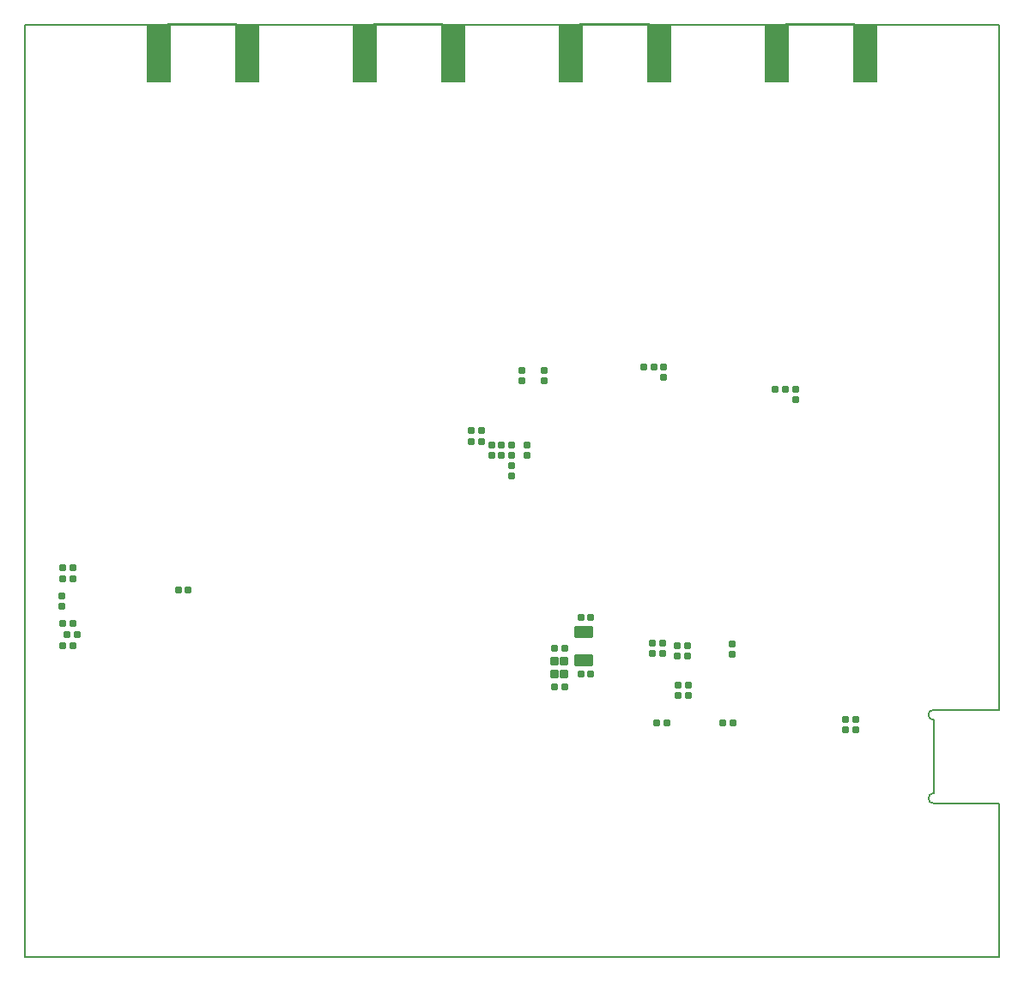
<source format=gbp>
G04*
G04 #@! TF.GenerationSoftware,Altium Limited,Altium Designer,22.0.2 (36)*
G04*
G04 Layer_Color=128*
%FSLAX44Y44*%
%MOMM*%
G71*
G04*
G04 #@! TF.SameCoordinates,BB817302-6D05-45A6-82D7-9B19CF937CD1*
G04*
G04*
G04 #@! TF.FilePolarity,Positive*
G04*
G01*
G75*
%ADD11C,0.1500*%
%ADD21R,2.4000X5.8000*%
G04:AMPARAMS|DCode=23|XSize=0.6mm|YSize=0.6mm|CornerRadius=0.075mm|HoleSize=0mm|Usage=FLASHONLY|Rotation=90.000|XOffset=0mm|YOffset=0mm|HoleType=Round|Shape=RoundedRectangle|*
%AMROUNDEDRECTD23*
21,1,0.6000,0.4500,0,0,90.0*
21,1,0.4500,0.6000,0,0,90.0*
1,1,0.1500,0.2250,0.2250*
1,1,0.1500,0.2250,-0.2250*
1,1,0.1500,-0.2250,-0.2250*
1,1,0.1500,-0.2250,0.2250*
%
%ADD23ROUNDEDRECTD23*%
G04:AMPARAMS|DCode=30|XSize=0.6mm|YSize=0.6mm|CornerRadius=0.075mm|HoleSize=0mm|Usage=FLASHONLY|Rotation=180.000|XOffset=0mm|YOffset=0mm|HoleType=Round|Shape=RoundedRectangle|*
%AMROUNDEDRECTD30*
21,1,0.6000,0.4500,0,0,180.0*
21,1,0.4500,0.6000,0,0,180.0*
1,1,0.1500,-0.2250,0.2250*
1,1,0.1500,0.2250,0.2250*
1,1,0.1500,0.2250,-0.2250*
1,1,0.1500,-0.2250,-0.2250*
%
%ADD30ROUNDEDRECTD30*%
G04:AMPARAMS|DCode=133|XSize=0.875mm|YSize=0.775mm|CornerRadius=0.0969mm|HoleSize=0mm|Usage=FLASHONLY|Rotation=90.000|XOffset=0mm|YOffset=0mm|HoleType=Round|Shape=RoundedRectangle|*
%AMROUNDEDRECTD133*
21,1,0.8750,0.5813,0,0,90.0*
21,1,0.6813,0.7750,0,0,90.0*
1,1,0.1938,0.2906,0.3406*
1,1,0.1938,0.2906,-0.3406*
1,1,0.1938,-0.2906,-0.3406*
1,1,0.1938,-0.2906,0.3406*
%
%ADD133ROUNDEDRECTD133*%
G04:AMPARAMS|DCode=134|XSize=1.2mm|YSize=1.9mm|CornerRadius=0.15mm|HoleSize=0mm|Usage=FLASHONLY|Rotation=90.000|XOffset=0mm|YOffset=0mm|HoleType=Round|Shape=RoundedRectangle|*
%AMROUNDEDRECTD134*
21,1,1.2000,1.6000,0,0,90.0*
21,1,0.9000,1.9000,0,0,90.0*
1,1,0.3000,0.8000,0.4500*
1,1,0.3000,0.8000,-0.4500*
1,1,0.3000,-0.8000,-0.4500*
1,1,0.3000,-0.8000,0.4500*
%
%ADD134ROUNDEDRECTD134*%
D11*
X896000Y244000D02*
G03*
X896000Y234000I0J-5000D01*
G01*
Y161600D02*
G03*
X896000Y151600I0J-5000D01*
G01*
X749800Y921000D02*
X818800D01*
X547000Y921000D02*
X616000D01*
X343400Y921000D02*
X412400D01*
X140200D02*
X209200D01*
X961000Y141600D02*
Y151600D01*
X896000D02*
X961000D01*
X961000Y0D02*
X961000Y141600D01*
X0Y0D02*
X961000D01*
X961000Y254000D02*
X961000Y920000D01*
X896000Y244000D02*
X961000D01*
Y254000D01*
X896000Y161600D02*
Y234000D01*
X0Y920000D02*
X0Y0D01*
X0Y920000D02*
X961000D01*
D21*
X828600Y892000D02*
D03*
X741300D02*
D03*
X625800Y892000D02*
D03*
X538500D02*
D03*
X422200Y892000D02*
D03*
X334900D02*
D03*
X219000D02*
D03*
X131700D02*
D03*
D23*
X819000Y234000D02*
D03*
Y224000D02*
D03*
X809000D02*
D03*
Y234000D02*
D03*
X36000Y346000D02*
D03*
X36000Y356000D02*
D03*
X760000Y550000D02*
D03*
Y560000D02*
D03*
X630000Y572000D02*
D03*
Y582000D02*
D03*
X643000Y307000D02*
D03*
Y297000D02*
D03*
X653000D02*
D03*
Y307000D02*
D03*
X654000Y268000D02*
D03*
X654000Y258000D02*
D03*
X644000Y268000D02*
D03*
X644000Y258000D02*
D03*
X697000Y299000D02*
D03*
X697000Y309000D02*
D03*
X470000Y505000D02*
D03*
X470000Y495000D02*
D03*
X480000Y475000D02*
D03*
Y485000D02*
D03*
X495000Y505000D02*
D03*
X495000Y495000D02*
D03*
X480000Y505000D02*
D03*
X480000Y495000D02*
D03*
X490000Y569000D02*
D03*
X490000Y579000D02*
D03*
X460000Y495000D02*
D03*
X460000Y505000D02*
D03*
X512000Y569000D02*
D03*
X512000Y579000D02*
D03*
D30*
X41000Y318000D02*
D03*
X51000D02*
D03*
X37000Y307000D02*
D03*
X47000D02*
D03*
X37000Y329000D02*
D03*
X47000D02*
D03*
X151000Y362000D02*
D03*
X161000D02*
D03*
X37000Y373000D02*
D03*
X47000D02*
D03*
X37000Y384000D02*
D03*
X47000D02*
D03*
X750000Y560000D02*
D03*
X740000D02*
D03*
X620000Y582000D02*
D03*
X610000D02*
D03*
X521875Y304625D02*
D03*
X531875Y304625D02*
D03*
X531875Y266625D02*
D03*
X521875Y266625D02*
D03*
X548000Y335000D02*
D03*
X558000Y335000D02*
D03*
X548000Y279000D02*
D03*
X558000Y279000D02*
D03*
X623000Y231000D02*
D03*
X633000Y231000D02*
D03*
X688000Y231000D02*
D03*
X698000Y231000D02*
D03*
X629000Y300000D02*
D03*
X619000Y300000D02*
D03*
X629000Y310000D02*
D03*
X619000Y310000D02*
D03*
X450000Y520000D02*
D03*
X440000Y520000D02*
D03*
X450000Y509000D02*
D03*
X440000Y509000D02*
D03*
D133*
X531750Y279250D02*
D03*
X522000Y292000D02*
D03*
Y279250D02*
D03*
X531750Y292000D02*
D03*
D134*
X551000Y293000D02*
D03*
Y321000D02*
D03*
M02*

</source>
